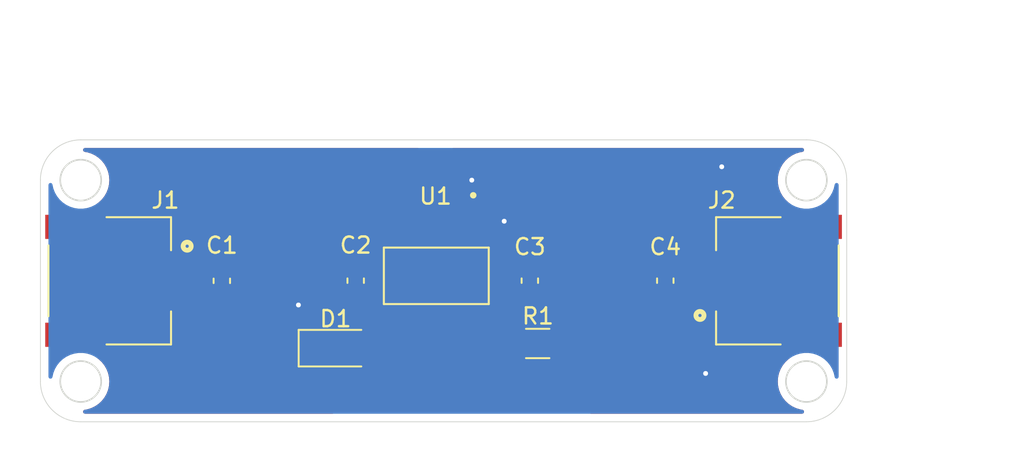
<source format=kicad_pcb>
(kicad_pcb (version 20240108) (generator "pcbnew") (generator_version "8.0")
  (layers (0 "F.Cu" signal) (31 "B.Cu" signal) (34 "B.Paste" user) (35 "F.Paste" user) (36 "B.SilkS" user "B.Silkscreen") (37 "F.SilkS" user "F.Silkscreen") (38 "B.Mask" user) (39 "F.Mask" user) (44 "Edge.Cuts" user))
  (net 0 "")
  (net 1 "GND")
  (net 2 "Vin")
  (net 3 "Vout")
  (net 4 "Net-(D1-A)")
  (footprint "Capacitor_SMD:C_0603_1608Metric" (layer "F.Cu") (at 50.35 28.74 90)
    (property "Reference" "C3" (at 2.1 0 180) (layer "F.SilkS"))
    (property "Value" "C")
    (fp_line (start -0.14058 -0.51) (end 0.14058 -0.51) (stroke (width 0.12)) (layer "F.SilkS"))
    (fp_line (start -0.14058 0.51) (end 0.14058 0.51) (stroke (width 0.12)) (layer "F.SilkS"))
    (pad "1" smd roundrect (at 0.775 0 90) (size 0.9 0.95) (layers "F.Cu" "F.Paste" "F.Mask") (net 3 "Vout"))
    (pad "2" smd roundrect (at -0.775 0 90) (size 0.9 0.95) (layers "F.Cu" "F.Paste" "F.Mask") (net 1 "GND"))
  )
  (footprint "footprints:SOT229P700X180-4N" (layer "F.Cu") (at 44.55 28.44 -90)
    (property "Reference" "U1" (at -4.94 0.05 0) (layer "F.SilkS"))
    (property "Value" "AMS1117-3.3")
    (fp_line (start -1.7525 3.2525) (end -1.7525 -3.2525) (stroke (width 0.127)) (layer "F.SilkS"))
    (fp_line (start 1.7525 3.2525) (end -1.7525 3.2525) (stroke (width 0.127)) (layer "F.SilkS"))
    (fp_line (start -1.7525 -3.2525) (end 1.7525 -3.2525) (stroke (width 0.127)) (layer "F.SilkS"))
    (fp_line (start 1.7525 -3.2525) (end 1.7525 3.2525) (stroke (width 0.127)) (layer "F.SilkS"))
    (fp_circle (center -5 -2.29) (end -4.9 -2.29) (stroke (width 0.2)) (fill none) (layer "F.SilkS"))
    (pad "" smd roundrect (at 3.345 0 270) (size 1.31 3.24) (layers "F.Cu" "F.Paste" "F.Mask") (roundrect_rratio 0.075))
    (pad "1" smd roundrect (at -3.345 -2.29 270) (size 1.31 0.93) (layers "F.Cu" "F.Paste" "F.Mask") (roundrect_rratio 0.075) (net 1 "GND"))
    (pad "2" smd roundrect (at -3.345 0 270) (size 1.31 0.93) (layers "F.Cu" "F.Paste" "F.Mask") (roundrect_rratio 0.075) (net 3 "Vout"))
    (pad "3" smd roundrect (at -3.345 2.29 270) (size 1.31 0.93) (layers "F.Cu" "F.Paste" "F.Mask") (roundrect_rratio 0.075) (net 2 "Vin"))
  )
  (footprint "Capacitor_SMD:C_0603_1608Metric" (layer "F.Cu") (at 58.75 28.74 90)
    (property "Reference" "C4" (at 2.1 0 180) (layer "F.SilkS"))
    (property "Value" "C")
    (fp_line (start -0.14058 -0.51) (end 0.14058 -0.51) (stroke (width 0.12)) (layer "F.SilkS"))
    (fp_line (start -0.14058 0.51) (end 0.14058 0.51) (stroke (width 0.12)) (layer "F.SilkS"))
    (pad "1" smd roundrect (at 0.775 0 90) (size 0.9 0.95) (layers "F.Cu" "F.Paste" "F.Mask") (net 3 "Vout"))
    (pad "2" smd roundrect (at -0.775 0 90) (size 0.9 0.95) (layers "F.Cu" "F.Paste" "F.Mask") (net 1 "GND"))
  )
  (footprint "footprints:JST_S2B-PH-SM4-TB_LF__SN_" (layer "F.Cu") (at 62.25 28.75 90)
    (property "Reference" "J2" (at 5 0 180) (layer "F.SilkS") (effects (font (size 1.002189 1.002189))))
    (property "Value" "S2B-PH-SM4-TB_LF__SN_")
    (fp_line (start 3.95 -0.35) (end 1.9 -0.35) (stroke (width 0.127)) (layer "F.SilkS"))
    (fp_line (start -1.9 -0.35) (end -3.95 -0.35) (stroke (width 0.127)) (layer "F.SilkS"))
    (fp_line (start -3.95 -0.35) (end -3.95 3.65) (stroke (width 0.127)) (layer "F.SilkS"))
    (fp_line (start 3.95 3.65) (end 3.95 -0.35) (stroke (width 0.127)) (layer "F.SilkS"))
    (fp_line (start -2.2 7.25) (end 2.2 7.25) (stroke (width 0.127)) (layer "F.SilkS"))
    (fp_circle (center -2.15 -1.35) (end -2.05 -1.35) (stroke (width 0.3)) (fill none) (layer "F.SilkS"))
    (pad "1" smd rect (at -1 0 90) (size 1 3.5) (layers "F.Cu" "F.Paste" "F.Mask") (net 1 "GND"))
    (pad "2" smd rect (at 1 0 90) (size 1 3.5) (layers "F.Cu" "F.Paste" "F.Mask") (net 3 "Vout"))
    (pad "S1" smd rect (at -3.35 5.75 90) (size 1.5 3.4) (layers "F.Cu" "F.Paste" "F.Mask") (net 1 "GND"))
    (pad "S2" smd rect (at 3.35 5.75 90) (size 1.5 3.4) (layers "F.Cu" "F.Paste" "F.Mask") (net 1 "GND"))
  )
  (footprint "LED_SMD:LED_1206_3216Metric" (layer "F.Cu") (at 38.3 32.93)
    (property "Reference" "D1" (at 0 -1.82 0) (layer "F.SilkS"))
    (property "Value" "LED")
    (fp_line (start -2.285 -1.135) (end -2.285 1.135) (stroke (width 0.12)) (layer "F.SilkS"))
    (fp_line (start -2.285 1.135) (end 1.6 1.135) (stroke (width 0.12)) (layer "F.SilkS"))
    (fp_line (start 1.6 -1.135) (end -2.285 -1.135) (stroke (width 0.12)) (layer "F.SilkS"))
    (pad "1" smd roundrect (at -1.4 0) (size 1.25 1.75) (layers "F.Cu" "F.Paste" "F.Mask") (roundrect_rratio 0.2) (net 1 "GND"))
    (pad "2" smd roundrect (at 1.4 0) (size 1.25 1.75) (layers "F.Cu" "F.Paste" "F.Mask") (roundrect_rratio 0.2) (net 4 "Net-(D1-A)"))
  )
  (footprint "Capacitor_SMD:C_0603_1608Metric" (layer "F.Cu") (at 31.25 28.75 90)
    (property "Reference" "C1" (at 2.2 0 180) (layer "F.SilkS"))
    (property "Value" "C")
    (fp_line (start -0.14058 -0.51) (end 0.14058 -0.51) (stroke (width 0.12)) (layer "F.SilkS"))
    (fp_line (start -0.14058 0.51) (end 0.14058 0.51) (stroke (width 0.12)) (layer "F.SilkS"))
    (pad "1" smd roundrect (at 0.775 0 90) (size 0.9 0.95) (layers "F.Cu" "F.Paste" "F.Mask") (net 2 "Vin"))
    (pad "2" smd roundrect (at -0.775 0 90) (size 0.9 0.95) (layers "F.Cu" "F.Paste" "F.Mask") (net 1 "GND"))
  )
  (footprint "Capacitor_SMD:C_0603_1608Metric" (layer "F.Cu") (at 39.55 28.74 90)
    (property "Reference" "C2" (at 2.2 0 180) (layer "F.SilkS"))
    (property "Value" "C")
    (fp_line (start -0.14058 -0.51) (end 0.14058 -0.51) (stroke (width 0.12)) (layer "F.SilkS"))
    (fp_line (start -0.14058 0.51) (end 0.14058 0.51) (stroke (width 0.12)) (layer "F.SilkS"))
    (pad "1" smd roundrect (at 0.775 0 90) (size 0.9 0.95) (layers "F.Cu" "F.Paste" "F.Mask") (net 2 "Vin"))
    (pad "2" smd roundrect (at -0.775 0 90) (size 0.9 0.95) (layers "F.Cu" "F.Paste" "F.Mask") (net 1 "GND"))
  )
  (footprint "footprints:JST_S2B-PH-SM4-TB_LF__SN_" (layer "F.Cu") (at 27.75 28.75 -90)
    (property "Reference" "J1" (at -5 0 180) (layer "F.SilkS") (effects (font (size 1.002189 1.002189))))
    (property "Value" "S2B-PH-SM4-TB_LF__SN_")
    (fp_line (start -2.2 7.25) (end 2.2 7.25) (stroke (width 0.127)) (layer "F.SilkS"))
    (fp_line (start 3.95 3.65) (end 3.95 -0.35) (stroke (width 0.127)) (layer "F.SilkS"))
    (fp_line (start -3.95 -0.35) (end -3.95 3.65) (stroke (width 0.127)) (layer "F.SilkS"))
    (fp_line (start -1.9 -0.35) (end -3.95 -0.35) (stroke (width 0.127)) (layer "F.SilkS"))
    (fp_line (start 3.95 -0.35) (end 1.9 -0.35) (stroke (width 0.127)) (layer "F.SilkS"))
    (fp_circle (center -2.15 -1.35) (end -2.05 -1.35) (stroke (width 0.3)) (fill none) (layer "F.SilkS"))
    (pad "1" smd rect (at -1 0 270) (size 1 3.5) (layers "F.Cu" "F.Paste" "F.Mask") (net 2 "Vin"))
    (pad "2" smd rect (at 1 0 270) (size 1 3.5) (layers "F.Cu" "F.Paste" "F.Mask") (net 1 "GND"))
    (pad "S1" smd rect (at -3.35 5.75 270) (size 1.5 3.4) (layers "F.Cu" "F.Paste" "F.Mask") (net 1 "GND"))
    (pad "S2" smd rect (at 3.35 5.75 270) (size 1.5 3.4) (layers "F.Cu" "F.Paste" "F.Mask") (net 1 "GND"))
  )
  (footprint "Resistor_SMD:R_1206_3216Metric" (layer "F.Cu") (at 50.8375 32.64 180)
    (property "Reference" "R1" (at -0.0125 1.7 0) (layer "F.SilkS"))
    (property "Value" "1k")
    (fp_line (start -0.727064 0.91) (end 0.727064 0.91) (stroke (width 0.12)) (layer "F.SilkS"))
    (fp_line (start -0.727064 -0.91) (end 0.727064 -0.91) (stroke (width 0.12)) (layer "F.SilkS"))
    (pad "1" smd roundrect (at -1.4625 0 180) (size 1.125 1.75) (layers "F.Cu" "F.Paste" "F.Mask") (roundrect_rratio 0.222222) (net 3 "Vout"))
    (pad "2" smd roundrect (at 1.4625 0 180) (size 1.125 1.75) (layers "F.Cu" "F.Paste" "F.Mask") (roundrect_rratio 0.222222) (net 4 "Net-(D1-A)"))
  )
  (gr_arc (start 70 35) (mid 69.267767 36.767767) (end 67.5 37.5) (stroke (width 0.05)) (layer "Edge.Cuts"))
  (gr_circle (center 22.5 35) (end 23.77 35) (stroke (width 0.1)) (fill none) (layer "Edge.Cuts"))
  (gr_line (start 70 22.5) (end 70 35) (stroke (width 0.05)) (layer "Edge.Cuts"))
  (gr_circle (center 22.5 22.5) (end 23.77 22.5) (stroke (width 0.1)) (fill none) (layer "Edge.Cuts"))
  (gr_line (start 22.5 20) (end 67.5 20) (stroke (width 0.05)) (layer "Edge.Cuts"))
  (gr_line (start 67.5 37.5) (end 22.5 37.5) (stroke (width 0.05)) (layer "Edge.Cuts"))
  (gr_arc (start 22.5 37.5) (mid 20.732233 36.767767) (end 20 35) (stroke (width 0.05)) (layer "Edge.Cuts"))
  (gr_arc (start 67.5 20) (mid 69.267767 20.732233) (end 70 22.5) (stroke (width 0.05)) (layer "Edge.Cuts"))
  (gr_circle (center 67.5 22.5) (end 68.77 22.5) (stroke (width 0.1)) (fill none) (layer "Edge.Cuts"))
  (gr_line (start 20 35) (end 20 22.5) (stroke (width 0.05)) (layer "Edge.Cuts"))
  (gr_arc (start 20 22.5) (mid 20.732233 20.732233) (end 22.5 20) (stroke (width 0.05)) (layer "Edge.Cuts"))
  (gr_circle (center 67.5 35) (end 68.77 35) (stroke (width 0.1)) (fill none) (layer "Edge.Cuts"))
  (segment (start 23.6 29.75) (end 27.75 29.75) (width 1) (layer "F.Cu") (net 1))
  (segment (start 66.28 25.4) (end 66.28 29.75) (width 1) (layer "F.Cu") (net 1))
  (segment (start 23.6 25.4) (end 23.6 29.75) (width 1) (layer "F.Cu") (net 1))
  (segment (start 23.6 29.75) (end 23.6 32.1) (width 1) (layer "F.Cu") (net 1))
  (segment (start 66.28 29.75) (end 66.28 32.1) (width 1) (layer "F.Cu") (net 1))
  (via (at 36 30.25) (size 0.6) (drill 0.3) (layers "F.Cu" "B.Cu") (net 1))
  (via (at 62.25 21.67) (size 0.6) (drill 0.3) (layers "F.Cu" "B.Cu") (net 1))
  (via (at 46.75 22.5) (size 0.6) (drill 0.3) (layers "F.Cu" "B.Cu") (net 1))
  (via (at 48.76 25.05) (size 0.6) (drill 0.3) (layers "F.Cu" "B.Cu") (net 1))
  (via (at 61.25 34.5) (size 0.6) (drill 0.3) (layers "F.Cu" "B.Cu") (net 1))
  (segment (start 44.55 25.095) (end 47.42 27.965) (width 1) (layer "F.Cu") (net 3))
  (segment (start 47.42 27.965) (end 48.313 27.965) (width 1) (layer "F.Cu") (net 3))
  (segment (start 52.3 31.825) (end 52.3 32.64) (width 1) (layer "F.Cu") (net 3))
  (segment (start 50.35 27.965) (end 48.313 27.965) (width 1) (layer "F.Cu") (net 3))
  (segment (start 48.299 30.237) (end 49.061 30.999) (width 1) (layer "F.Cu") (net 3))
  (segment (start 48.299 27.951) (end 48.299 30.237) (width 1) (layer "F.Cu") (net 3))
  (segment (start 51.474 30.999) (end 52.3 31.825) (width 1) (layer "F.Cu") (net 3))
  (segment (start 49.061 30.999) (end 51.474 30.999) (width 1) (layer "F.Cu") (net 3))
  (segment (start 48.313 27.965) (end 48.299 27.951) (width 1) (layer "F.Cu") (net 3))
  (segment (start 39.7 32.93) (end 40.81 34.04) (width 1) (layer "F.Cu") (net 4))
  (segment (start 47.975 34.04) (end 49.375 32.64) (width 1) (layer "F.Cu") (net 4))
  (segment (start 40.81 34.04) (end 47.975 34.04) (width 1) (layer "F.Cu") (net 4))
  (zone (net 1) (net_name "GND") (layer "F.Cu") (priority 2) (connect_pads (clearance 0.5)) (min_thickness 0.25) (fill yes (thermal_gap 0.5) (thermal_bridge_width 0.5))
    (polygon (pts (xy 45.5 20) (xy 45.5 26.75) (xy 70 26.75) (xy 70 20)))
  )
  (zone (net 3) (net_name "Vout") (layer "F.Cu") (priority 3) (connect_pads (clearance 0.5)) (min_thickness 0.25) (fill yes (thermal_gap 0.5) (thermal_bridge_width 0.5))
    (polygon (pts (xy 70 27) (xy 45.5 27) (xy 45.5 28.75) (xy 70 28.75)))
  )
  (zone (net 2) (net_name "Vin") (layer "F.Cu") (priority 1) (connect_pads (clearance 0.5)) (min_thickness 0.25) (fill yes (thermal_gap 0.5) (thermal_bridge_width 0.5))
    (polygon (pts (xy 20 20) (xy 43.5 20) (xy 43.5 28.75) (xy 20 28.75)))
  )
  (zone (net 1) (net_name "GND") (layer "F.Cu") (priority 5) (connect_pads (clearance 0.5)) (min_thickness 0.25) (fill yes (thermal_gap 0.5) (thermal_bridge_width 0.5))
    (polygon (pts (xy 20 29) (xy 43.5 29) (xy 43.5 30.75) (xy 38.25 30.75) (xy 38.25 37.5) (xy 20 37.5)))
  )
  (zone (net 1) (net_name "GND") (layer "F.Cu") (priority 4) (connect_pads (clearance 0.5)) (min_thickness 0.25) (fill yes (thermal_gap 0.5) (thermal_bridge_width 0.5))
    (polygon (pts (xy 70 29) (xy 49 29) (xy 49 31) (xy 54 31) (xy 54 37.5) (xy 70 37.5)))
  )
  (zone (net 1) (net_name "GND") (layer "B.Cu") (connect_pads (clearance 0.5)) (min_thickness 0.25) (fill yes (thermal_gap 0.5) (thermal_bridge_width 0.5))
    (polygon (pts (xy 20 20) (xy 70 20) (xy 70 37.5) (xy 20 37.5)))
  )
)
</source>
